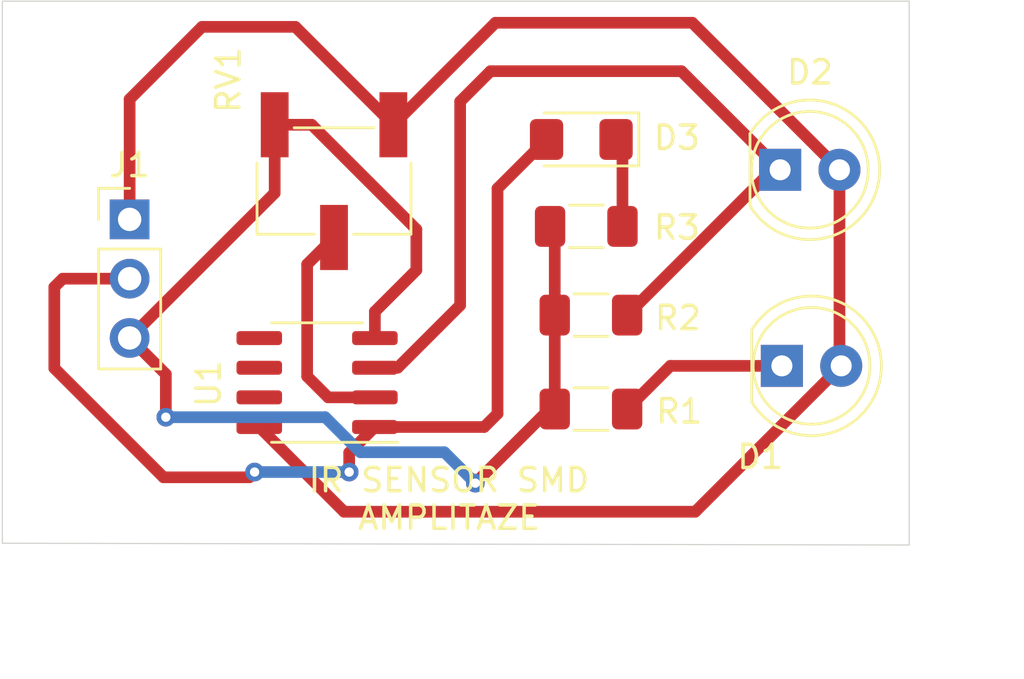
<source format=kicad_pcb>
(kicad_pcb (version 20171130) (host pcbnew "(5.1.10)-1")

  (general
    (thickness 1.6)
    (drawings 7)
    (tracks 63)
    (zones 0)
    (modules 9)
    (nets 8)
  )

  (page A4)
  (layers
    (0 F.Cu signal)
    (31 B.Cu signal)
    (32 B.Adhes user)
    (33 F.Adhes user)
    (34 B.Paste user)
    (35 F.Paste user)
    (36 B.SilkS user)
    (37 F.SilkS user)
    (38 B.Mask user)
    (39 F.Mask user)
    (40 Dwgs.User user)
    (41 Cmts.User user)
    (42 Eco1.User user)
    (43 Eco2.User user)
    (44 Edge.Cuts user)
    (45 Margin user hide)
    (46 B.CrtYd user hide)
    (47 F.CrtYd user)
    (48 B.Fab user hide)
    (49 F.Fab user)
  )

  (setup
    (last_trace_width 0.25)
    (user_trace_width 0.5)
    (trace_clearance 0.2)
    (zone_clearance 0.508)
    (zone_45_only no)
    (trace_min 0.2)
    (via_size 0.8)
    (via_drill 0.4)
    (via_min_size 0.4)
    (via_min_drill 0.3)
    (uvia_size 0.3)
    (uvia_drill 0.1)
    (uvias_allowed no)
    (uvia_min_size 0.2)
    (uvia_min_drill 0.1)
    (edge_width 0.05)
    (segment_width 0.2)
    (pcb_text_width 0.3)
    (pcb_text_size 1.5 1.5)
    (mod_edge_width 0.12)
    (mod_text_size 1 1)
    (mod_text_width 0.15)
    (pad_size 1.524 1.524)
    (pad_drill 0.762)
    (pad_to_mask_clearance 0)
    (aux_axis_origin 0 0)
    (visible_elements 7FFFFFFF)
    (pcbplotparams
      (layerselection 0x090fc_ffffffff)
      (usegerberextensions false)
      (usegerberattributes true)
      (usegerberadvancedattributes true)
      (creategerberjobfile true)
      (excludeedgelayer true)
      (linewidth 0.100000)
      (plotframeref false)
      (viasonmask false)
      (mode 1)
      (useauxorigin false)
      (hpglpennumber 1)
      (hpglpenspeed 20)
      (hpglpendiameter 15.000000)
      (psnegative false)
      (psa4output false)
      (plotreference true)
      (plotvalue true)
      (plotinvisibletext false)
      (padsonsilk false)
      (subtractmaskfromsilk false)
      (outputformat 1)
      (mirror false)
      (drillshape 0)
      (scaleselection 1)
      (outputdirectory ""))
  )

  (net 0 "")
  (net 1 "Net-(D1-Pad1)")
  (net 2 +5V)
  (net 3 VREF)
  (net 4 "Net-(D3-Pad1)")
  (net 5 "Net-(D3-Pad2)")
  (net 6 GND)
  (net 7 "Net-(RV1-Pad2)")

  (net_class Default "This is the default net class."
    (clearance 0.2)
    (trace_width 0.25)
    (via_dia 0.8)
    (via_drill 0.4)
    (uvia_dia 0.3)
    (uvia_drill 0.1)
    (add_net +5V)
    (add_net GND)
    (add_net "Net-(D1-Pad1)")
    (add_net "Net-(D3-Pad1)")
    (add_net "Net-(D3-Pad2)")
    (add_net "Net-(RV1-Pad2)")
    (add_net VREF)
  )

  (module LED_THT:LED_D5.0mm_IRGrey (layer F.Cu) (tedit 5A6C9BB8) (tstamp 60ABD7CE)
    (at 168.375 92.25)
    (descr "LED, diameter 5.0mm, 2 pins, http://cdn-reichelt.de/documents/datenblatt/A500/LL-504BC2E-009.pdf")
    (tags "LED diameter 5.0mm 2 pins")
    (path /60AA7C89)
    (fp_text reference D1 (at -0.925 3.9) (layer F.SilkS)
      (effects (font (size 1 1) (thickness 0.15)))
    )
    (fp_text value LED (at 1.8 3.95) (layer F.Fab)
      (effects (font (size 1 1) (thickness 0.15)))
    )
    (fp_line (start -1.23 -1.469694) (end -1.23 1.469694) (layer F.Fab) (width 0.1))
    (fp_line (start -1.29 -1.545) (end -1.29 1.545) (layer F.SilkS) (width 0.12))
    (fp_line (start -1.95 -3.25) (end -1.95 3.25) (layer F.CrtYd) (width 0.05))
    (fp_line (start -1.95 3.25) (end 4.5 3.25) (layer F.CrtYd) (width 0.05))
    (fp_line (start 4.5 3.25) (end 4.5 -3.25) (layer F.CrtYd) (width 0.05))
    (fp_line (start 4.5 -3.25) (end -1.95 -3.25) (layer F.CrtYd) (width 0.05))
    (fp_circle (center 1.27 0) (end 3.77 0) (layer F.Fab) (width 0.1))
    (fp_circle (center 1.27 0) (end 3.77 0) (layer F.SilkS) (width 0.12))
    (fp_text user %R (at 1.25 0) (layer F.Fab)
      (effects (font (size 0.8 0.8) (thickness 0.2)))
    )
    (fp_arc (start 1.27 0) (end -1.23 -1.469694) (angle 299.1) (layer F.Fab) (width 0.1))
    (fp_arc (start 1.27 0) (end -1.29 -1.54483) (angle 148.9) (layer F.SilkS) (width 0.12))
    (fp_arc (start 1.27 0) (end -1.29 1.54483) (angle -148.9) (layer F.SilkS) (width 0.12))
    (pad 1 thru_hole rect (at 0 0) (size 1.8 1.8) (drill 0.9) (layers *.Cu *.Mask)
      (net 1 "Net-(D1-Pad1)"))
    (pad 2 thru_hole circle (at 2.54 0) (size 1.8 1.8) (drill 0.9) (layers *.Cu *.Mask)
      (net 2 +5V))
    (model ${KISYS3DMOD}/LED_THT.3dshapes/LED_D5.0mm_IRGrey.wrl
      (at (xyz 0 0 0))
      (scale (xyz 1 1 1))
      (rotate (xyz 0 0 0))
    )
  )

  (module LED_THT:LED_D5.0mm_Clear (layer F.Cu) (tedit 5A6C9BC0) (tstamp 60ABD7E0)
    (at 168.3 83.85)
    (descr "LED, diameter 5.0mm, 2 pins, http://cdn-reichelt.de/documents/datenblatt/A500/LL-504BC2E-009.pdf")
    (tags "LED diameter 5.0mm 2 pins")
    (path /60AA9A7C)
    (fp_text reference D2 (at 1.275 -4.175) (layer F.SilkS)
      (effects (font (size 1 1) (thickness 0.15)))
    )
    (fp_text value D_Photo (at 1.55 3.925) (layer F.Fab)
      (effects (font (size 1 1) (thickness 0.15)))
    )
    (fp_line (start -1.23 -1.469694) (end -1.23 1.469694) (layer F.Fab) (width 0.1))
    (fp_line (start -1.29 -1.545) (end -1.29 1.545) (layer F.SilkS) (width 0.12))
    (fp_line (start -1.95 -3.25) (end -1.95 3.25) (layer F.CrtYd) (width 0.05))
    (fp_line (start -1.95 3.25) (end 4.5 3.25) (layer F.CrtYd) (width 0.05))
    (fp_line (start 4.5 3.25) (end 4.5 -3.25) (layer F.CrtYd) (width 0.05))
    (fp_line (start 4.5 -3.25) (end -1.95 -3.25) (layer F.CrtYd) (width 0.05))
    (fp_circle (center 1.27 0) (end 3.77 0) (layer F.Fab) (width 0.1))
    (fp_circle (center 1.27 0) (end 3.77 0) (layer F.SilkS) (width 0.12))
    (fp_text user %R (at 1.25 0) (layer F.Fab)
      (effects (font (size 0.8 0.8) (thickness 0.2)))
    )
    (fp_arc (start 1.27 0) (end -1.23 -1.469694) (angle 299.1) (layer F.Fab) (width 0.1))
    (fp_arc (start 1.27 0) (end -1.29 -1.54483) (angle 148.9) (layer F.SilkS) (width 0.12))
    (fp_arc (start 1.27 0) (end -1.29 1.54483) (angle -148.9) (layer F.SilkS) (width 0.12))
    (pad 1 thru_hole rect (at 0 0) (size 1.8 1.8) (drill 0.9) (layers *.Cu *.Mask)
      (net 3 VREF))
    (pad 2 thru_hole circle (at 2.54 0) (size 1.8 1.8) (drill 0.9) (layers *.Cu *.Mask)
      (net 2 +5V))
    (model ${KISYS3DMOD}/LED_THT.3dshapes/LED_D5.0mm_Clear.wrl
      (at (xyz 0 0 0))
      (scale (xyz 1 1 1))
      (rotate (xyz 0 0 0))
    )
  )

  (module LED_SMD:LED_1206_3216Metric_Pad1.42x1.75mm_HandSolder (layer F.Cu) (tedit 5F68FEF1) (tstamp 60ABD7F3)
    (at 159.7875 82.55 180)
    (descr "LED SMD 1206 (3216 Metric), square (rectangular) end terminal, IPC_7351 nominal, (Body size source: http://www.tortai-tech.com/upload/download/2011102023233369053.pdf), generated with kicad-footprint-generator")
    (tags "LED handsolder")
    (path /60AB38DE)
    (attr smd)
    (fp_text reference D3 (at -4.0875 0.075) (layer F.SilkS)
      (effects (font (size 1 1) (thickness 0.15)))
    )
    (fp_text value LED (at 4.3625 0.025) (layer F.Fab)
      (effects (font (size 1 1) (thickness 0.15)))
    )
    (fp_line (start 1.6 -0.8) (end -1.2 -0.8) (layer F.Fab) (width 0.1))
    (fp_line (start -1.2 -0.8) (end -1.6 -0.4) (layer F.Fab) (width 0.1))
    (fp_line (start -1.6 -0.4) (end -1.6 0.8) (layer F.Fab) (width 0.1))
    (fp_line (start -1.6 0.8) (end 1.6 0.8) (layer F.Fab) (width 0.1))
    (fp_line (start 1.6 0.8) (end 1.6 -0.8) (layer F.Fab) (width 0.1))
    (fp_line (start 1.6 -1.135) (end -2.46 -1.135) (layer F.SilkS) (width 0.12))
    (fp_line (start -2.46 -1.135) (end -2.46 1.135) (layer F.SilkS) (width 0.12))
    (fp_line (start -2.46 1.135) (end 1.6 1.135) (layer F.SilkS) (width 0.12))
    (fp_line (start -2.45 1.12) (end -2.45 -1.12) (layer F.CrtYd) (width 0.05))
    (fp_line (start -2.45 -1.12) (end 2.45 -1.12) (layer F.CrtYd) (width 0.05))
    (fp_line (start 2.45 -1.12) (end 2.45 1.12) (layer F.CrtYd) (width 0.05))
    (fp_line (start 2.45 1.12) (end -2.45 1.12) (layer F.CrtYd) (width 0.05))
    (fp_text user %R (at 0 0) (layer F.Fab)
      (effects (font (size 0.8 0.8) (thickness 0.12)))
    )
    (pad 1 smd roundrect (at -1.4875 0 180) (size 1.425 1.75) (layers F.Cu F.Paste F.Mask) (roundrect_rratio 0.1754385964912281)
      (net 4 "Net-(D3-Pad1)"))
    (pad 2 smd roundrect (at 1.4875 0 180) (size 1.425 1.75) (layers F.Cu F.Paste F.Mask) (roundrect_rratio 0.1754385964912281)
      (net 5 "Net-(D3-Pad2)"))
    (model ${KISYS3DMOD}/LED_SMD.3dshapes/LED_1206_3216Metric.wrl
      (at (xyz 0 0 0))
      (scale (xyz 1 1 1))
      (rotate (xyz 0 0 0))
    )
  )

  (module Connector_PinHeader_2.54mm:PinHeader_1x03_P2.54mm_Vertical (layer F.Cu) (tedit 59FED5CC) (tstamp 60ABD80A)
    (at 140.450001 85.975001)
    (descr "Through hole straight pin header, 1x03, 2.54mm pitch, single row")
    (tags "Through hole pin header THT 1x03 2.54mm single row")
    (path /60AB324E)
    (fp_text reference J1 (at 0 -2.33) (layer F.SilkS)
      (effects (font (size 1 1) (thickness 0.15)))
    )
    (fp_text value Conn_01x03 (at -2.625001 2.299999 90) (layer F.Fab)
      (effects (font (size 1 1) (thickness 0.15)))
    )
    (fp_line (start -0.635 -1.27) (end 1.27 -1.27) (layer F.Fab) (width 0.1))
    (fp_line (start 1.27 -1.27) (end 1.27 6.35) (layer F.Fab) (width 0.1))
    (fp_line (start 1.27 6.35) (end -1.27 6.35) (layer F.Fab) (width 0.1))
    (fp_line (start -1.27 6.35) (end -1.27 -0.635) (layer F.Fab) (width 0.1))
    (fp_line (start -1.27 -0.635) (end -0.635 -1.27) (layer F.Fab) (width 0.1))
    (fp_line (start -1.33 6.41) (end 1.33 6.41) (layer F.SilkS) (width 0.12))
    (fp_line (start -1.33 1.27) (end -1.33 6.41) (layer F.SilkS) (width 0.12))
    (fp_line (start 1.33 1.27) (end 1.33 6.41) (layer F.SilkS) (width 0.12))
    (fp_line (start -1.33 1.27) (end 1.33 1.27) (layer F.SilkS) (width 0.12))
    (fp_line (start -1.33 0) (end -1.33 -1.33) (layer F.SilkS) (width 0.12))
    (fp_line (start -1.33 -1.33) (end 0 -1.33) (layer F.SilkS) (width 0.12))
    (fp_line (start -1.8 -1.8) (end -1.8 6.85) (layer F.CrtYd) (width 0.05))
    (fp_line (start -1.8 6.85) (end 1.8 6.85) (layer F.CrtYd) (width 0.05))
    (fp_line (start 1.8 6.85) (end 1.8 -1.8) (layer F.CrtYd) (width 0.05))
    (fp_line (start 1.8 -1.8) (end -1.8 -1.8) (layer F.CrtYd) (width 0.05))
    (fp_text user %R (at 0 2.54 90) (layer F.Fab)
      (effects (font (size 1 1) (thickness 0.15)))
    )
    (pad 1 thru_hole rect (at 0 0) (size 1.7 1.7) (drill 1) (layers *.Cu *.Mask)
      (net 2 +5V))
    (pad 2 thru_hole oval (at 0 2.54) (size 1.7 1.7) (drill 1) (layers *.Cu *.Mask)
      (net 5 "Net-(D3-Pad2)"))
    (pad 3 thru_hole oval (at 0 5.08) (size 1.7 1.7) (drill 1) (layers *.Cu *.Mask)
      (net 6 GND))
    (model ${KISYS3DMOD}/Connector_PinHeader_2.54mm.3dshapes/PinHeader_1x03_P2.54mm_Vertical.wrl
      (at (xyz 0 0 0))
      (scale (xyz 1 1 1))
      (rotate (xyz 0 0 0))
    )
  )

  (module Resistor_SMD:R_1206_3216Metric_Pad1.30x1.75mm_HandSolder (layer F.Cu) (tedit 5F68FEEE) (tstamp 60ABD81B)
    (at 160.2 94.1 180)
    (descr "Resistor SMD 1206 (3216 Metric), square (rectangular) end terminal, IPC_7351 nominal with elongated pad for handsoldering. (Body size source: IPC-SM-782 page 72, https://www.pcb-3d.com/wordpress/wp-content/uploads/ipc-sm-782a_amendment_1_and_2.pdf), generated with kicad-footprint-generator")
    (tags "resistor handsolder")
    (path /60AA5A8E)
    (attr smd)
    (fp_text reference R1 (at -3.775 -0.1) (layer F.SilkS)
      (effects (font (size 1 1) (thickness 0.15)))
    )
    (fp_text value R (at 3.65 0.25) (layer F.Fab)
      (effects (font (size 1 1) (thickness 0.15)))
    )
    (fp_line (start -1.6 0.8) (end -1.6 -0.8) (layer F.Fab) (width 0.1))
    (fp_line (start -1.6 -0.8) (end 1.6 -0.8) (layer F.Fab) (width 0.1))
    (fp_line (start 1.6 -0.8) (end 1.6 0.8) (layer F.Fab) (width 0.1))
    (fp_line (start 1.6 0.8) (end -1.6 0.8) (layer F.Fab) (width 0.1))
    (fp_line (start -0.727064 -0.91) (end 0.727064 -0.91) (layer F.SilkS) (width 0.12))
    (fp_line (start -0.727064 0.91) (end 0.727064 0.91) (layer F.SilkS) (width 0.12))
    (fp_line (start -2.45 1.12) (end -2.45 -1.12) (layer F.CrtYd) (width 0.05))
    (fp_line (start -2.45 -1.12) (end 2.45 -1.12) (layer F.CrtYd) (width 0.05))
    (fp_line (start 2.45 -1.12) (end 2.45 1.12) (layer F.CrtYd) (width 0.05))
    (fp_line (start 2.45 1.12) (end -2.45 1.12) (layer F.CrtYd) (width 0.05))
    (fp_text user %R (at 0 0) (layer F.Fab)
      (effects (font (size 0.8 0.8) (thickness 0.12)))
    )
    (pad 1 smd roundrect (at -1.55 0 180) (size 1.3 1.75) (layers F.Cu F.Paste F.Mask) (roundrect_rratio 0.1923076923076923)
      (net 1 "Net-(D1-Pad1)"))
    (pad 2 smd roundrect (at 1.55 0 180) (size 1.3 1.75) (layers F.Cu F.Paste F.Mask) (roundrect_rratio 0.1923076923076923)
      (net 6 GND))
    (model ${KISYS3DMOD}/Resistor_SMD.3dshapes/R_1206_3216Metric.wrl
      (at (xyz 0 0 0))
      (scale (xyz 1 1 1))
      (rotate (xyz 0 0 0))
    )
  )

  (module Resistor_SMD:R_1206_3216Metric_Pad1.30x1.75mm_HandSolder (layer F.Cu) (tedit 5F68FEEE) (tstamp 60ABD82C)
    (at 160.2 90.075 180)
    (descr "Resistor SMD 1206 (3216 Metric), square (rectangular) end terminal, IPC_7351 nominal with elongated pad for handsoldering. (Body size source: IPC-SM-782 page 72, https://www.pcb-3d.com/wordpress/wp-content/uploads/ipc-sm-782a_amendment_1_and_2.pdf), generated with kicad-footprint-generator")
    (tags "resistor handsolder")
    (path /60AA666E)
    (attr smd)
    (fp_text reference R2 (at -3.725 -0.125) (layer F.SilkS)
      (effects (font (size 1 1) (thickness 0.15)))
    )
    (fp_text value R (at 3.85 0.075) (layer F.Fab)
      (effects (font (size 1 1) (thickness 0.15)))
    )
    (fp_line (start 2.45 1.12) (end -2.45 1.12) (layer F.CrtYd) (width 0.05))
    (fp_line (start 2.45 -1.12) (end 2.45 1.12) (layer F.CrtYd) (width 0.05))
    (fp_line (start -2.45 -1.12) (end 2.45 -1.12) (layer F.CrtYd) (width 0.05))
    (fp_line (start -2.45 1.12) (end -2.45 -1.12) (layer F.CrtYd) (width 0.05))
    (fp_line (start -0.727064 0.91) (end 0.727064 0.91) (layer F.SilkS) (width 0.12))
    (fp_line (start -0.727064 -0.91) (end 0.727064 -0.91) (layer F.SilkS) (width 0.12))
    (fp_line (start 1.6 0.8) (end -1.6 0.8) (layer F.Fab) (width 0.1))
    (fp_line (start 1.6 -0.8) (end 1.6 0.8) (layer F.Fab) (width 0.1))
    (fp_line (start -1.6 -0.8) (end 1.6 -0.8) (layer F.Fab) (width 0.1))
    (fp_line (start -1.6 0.8) (end -1.6 -0.8) (layer F.Fab) (width 0.1))
    (fp_text user %R (at 0 0) (layer F.Fab)
      (effects (font (size 0.8 0.8) (thickness 0.12)))
    )
    (pad 2 smd roundrect (at 1.55 0 180) (size 1.3 1.75) (layers F.Cu F.Paste F.Mask) (roundrect_rratio 0.1923076923076923)
      (net 6 GND))
    (pad 1 smd roundrect (at -1.55 0 180) (size 1.3 1.75) (layers F.Cu F.Paste F.Mask) (roundrect_rratio 0.1923076923076923)
      (net 3 VREF))
    (model ${KISYS3DMOD}/Resistor_SMD.3dshapes/R_1206_3216Metric.wrl
      (at (xyz 0 0 0))
      (scale (xyz 1 1 1))
      (rotate (xyz 0 0 0))
    )
  )

  (module Resistor_SMD:R_1206_3216Metric_Pad1.30x1.75mm_HandSolder (layer F.Cu) (tedit 5F68FEEE) (tstamp 60ABD83D)
    (at 160 86.275 180)
    (descr "Resistor SMD 1206 (3216 Metric), square (rectangular) end terminal, IPC_7351 nominal with elongated pad for handsoldering. (Body size source: IPC-SM-782 page 72, https://www.pcb-3d.com/wordpress/wp-content/uploads/ipc-sm-782a_amendment_1_and_2.pdf), generated with kicad-footprint-generator")
    (tags "resistor handsolder")
    (path /60AA6B66)
    (attr smd)
    (fp_text reference R3 (at -3.875 -0.05) (layer F.SilkS)
      (effects (font (size 1 1) (thickness 0.15)))
    )
    (fp_text value R (at 3.7 0) (layer F.Fab)
      (effects (font (size 1 1) (thickness 0.15)))
    )
    (fp_line (start -1.6 0.8) (end -1.6 -0.8) (layer F.Fab) (width 0.1))
    (fp_line (start -1.6 -0.8) (end 1.6 -0.8) (layer F.Fab) (width 0.1))
    (fp_line (start 1.6 -0.8) (end 1.6 0.8) (layer F.Fab) (width 0.1))
    (fp_line (start 1.6 0.8) (end -1.6 0.8) (layer F.Fab) (width 0.1))
    (fp_line (start -0.727064 -0.91) (end 0.727064 -0.91) (layer F.SilkS) (width 0.12))
    (fp_line (start -0.727064 0.91) (end 0.727064 0.91) (layer F.SilkS) (width 0.12))
    (fp_line (start -2.45 1.12) (end -2.45 -1.12) (layer F.CrtYd) (width 0.05))
    (fp_line (start -2.45 -1.12) (end 2.45 -1.12) (layer F.CrtYd) (width 0.05))
    (fp_line (start 2.45 -1.12) (end 2.45 1.12) (layer F.CrtYd) (width 0.05))
    (fp_line (start 2.45 1.12) (end -2.45 1.12) (layer F.CrtYd) (width 0.05))
    (fp_text user %R (at 0 0) (layer F.Fab)
      (effects (font (size 0.8 0.8) (thickness 0.12)))
    )
    (pad 1 smd roundrect (at -1.55 0 180) (size 1.3 1.75) (layers F.Cu F.Paste F.Mask) (roundrect_rratio 0.1923076923076923)
      (net 4 "Net-(D3-Pad1)"))
    (pad 2 smd roundrect (at 1.55 0 180) (size 1.3 1.75) (layers F.Cu F.Paste F.Mask) (roundrect_rratio 0.1923076923076923)
      (net 6 GND))
    (model ${KISYS3DMOD}/Resistor_SMD.3dshapes/R_1206_3216Metric.wrl
      (at (xyz 0 0 0))
      (scale (xyz 1 1 1))
      (rotate (xyz 0 0 0))
    )
  )

  (module Potentiometer_SMD:Potentiometer_Bourns_3269W_Vertical (layer F.Cu) (tedit 5A3D7171) (tstamp 60ABD855)
    (at 149.2 84.335)
    (descr "Potentiometer, vertical, Bourns 3269W, https://www.bourns.com/docs/Product-Datasheets/3269.pdf")
    (tags "Potentiometer vertical Bourns 3269W")
    (path /60AB274C)
    (attr smd)
    (fp_text reference RV1 (at -4.525 -4.335 90) (layer F.SilkS)
      (effects (font (size 1 1) (thickness 0.15)))
    )
    (fp_text value R_POT (at -4.6 -0.06 270) (layer F.Fab)
      (effects (font (size 1 1) (thickness 0.15)))
    )
    (fp_circle (center 2.173 0.635) (end 3.063 0.635) (layer F.Fab) (width 0.1))
    (fp_line (start -3.175 -2.165) (end -3.175 2.155) (layer F.Fab) (width 0.1))
    (fp_line (start -3.175 2.155) (end 3.175 2.155) (layer F.Fab) (width 0.1))
    (fp_line (start 3.175 2.155) (end 3.175 -2.165) (layer F.Fab) (width 0.1))
    (fp_line (start 3.175 -2.165) (end -3.175 -2.165) (layer F.Fab) (width 0.1))
    (fp_line (start 2.173 1.517) (end 2.174 -0.246) (layer F.Fab) (width 0.1))
    (fp_line (start 2.173 1.517) (end 2.174 -0.246) (layer F.Fab) (width 0.1))
    (fp_line (start -1.705 -2.285) (end 1.705 -2.285) (layer F.SilkS) (width 0.12))
    (fp_line (start -3.295 2.275) (end -0.835 2.275) (layer F.SilkS) (width 0.12))
    (fp_line (start 0.835 2.275) (end 3.295 2.275) (layer F.SilkS) (width 0.12))
    (fp_line (start -3.295 -0.779) (end -3.295 2.275) (layer F.SilkS) (width 0.12))
    (fp_line (start 3.295 -0.779) (end 3.295 2.275) (layer F.SilkS) (width 0.12))
    (fp_line (start -3.45 -4.1) (end -3.45 4.1) (layer F.CrtYd) (width 0.05))
    (fp_line (start -3.45 4.1) (end 3.45 4.1) (layer F.CrtYd) (width 0.05))
    (fp_line (start 3.45 4.1) (end 3.45 -4.1) (layer F.CrtYd) (width 0.05))
    (fp_line (start 3.45 -4.1) (end -3.45 -4.1) (layer F.CrtYd) (width 0.05))
    (fp_text user %R (at -0.501 -0.005) (layer F.Fab)
      (effects (font (size 0.89 0.89) (thickness 0.15)))
    )
    (pad 1 smd rect (at 2.54 -2.415) (size 1.19 2.79) (layers F.Cu F.Paste F.Mask)
      (net 2 +5V))
    (pad 2 smd rect (at 0 2.415) (size 1.19 2.79) (layers F.Cu F.Paste F.Mask)
      (net 7 "Net-(RV1-Pad2)"))
    (pad 3 smd rect (at -2.54 -2.415) (size 1.19 2.79) (layers F.Cu F.Paste F.Mask)
      (net 6 GND))
    (model ${KISYS3DMOD}/Potentiometer_SMD.3dshapes/Potentiometer_Bourns_3269W_Vertical.wrl
      (at (xyz 0 0 0))
      (scale (xyz 1 1 1))
      (rotate (xyz 0 0 0))
    )
  )

  (module Package_SO:SOIC-8_3.9x4.9mm_P1.27mm (layer F.Cu) (tedit 5D9F72B1) (tstamp 60ABD86F)
    (at 148.475 92.965 180)
    (descr "SOIC, 8 Pin (JEDEC MS-012AA, https://www.analog.com/media/en/package-pcb-resources/package/pkg_pdf/soic_narrow-r/r_8.pdf), generated with kicad-footprint-generator ipc_gullwing_generator.py")
    (tags "SOIC SO")
    (path /60AA456A)
    (attr smd)
    (fp_text reference U1 (at 4.65 -0.05 90) (layer F.SilkS)
      (effects (font (size 1 1) (thickness 0.15)))
    )
    (fp_text value LM358 (at -4.525 -0.05 90) (layer F.Fab)
      (effects (font (size 1 1) (thickness 0.15)))
    )
    (fp_line (start 0 2.56) (end 1.95 2.56) (layer F.SilkS) (width 0.12))
    (fp_line (start 0 2.56) (end -1.95 2.56) (layer F.SilkS) (width 0.12))
    (fp_line (start 0 -2.56) (end 1.95 -2.56) (layer F.SilkS) (width 0.12))
    (fp_line (start 0 -2.56) (end -3.45 -2.56) (layer F.SilkS) (width 0.12))
    (fp_line (start -0.975 -2.45) (end 1.95 -2.45) (layer F.Fab) (width 0.1))
    (fp_line (start 1.95 -2.45) (end 1.95 2.45) (layer F.Fab) (width 0.1))
    (fp_line (start 1.95 2.45) (end -1.95 2.45) (layer F.Fab) (width 0.1))
    (fp_line (start -1.95 2.45) (end -1.95 -1.475) (layer F.Fab) (width 0.1))
    (fp_line (start -1.95 -1.475) (end -0.975 -2.45) (layer F.Fab) (width 0.1))
    (fp_line (start -3.7 -2.7) (end -3.7 2.7) (layer F.CrtYd) (width 0.05))
    (fp_line (start -3.7 2.7) (end 3.7 2.7) (layer F.CrtYd) (width 0.05))
    (fp_line (start 3.7 2.7) (end 3.7 -2.7) (layer F.CrtYd) (width 0.05))
    (fp_line (start 3.7 -2.7) (end -3.7 -2.7) (layer F.CrtYd) (width 0.05))
    (fp_text user %R (at 0 0) (layer F.Fab)
      (effects (font (size 0.98 0.98) (thickness 0.15)))
    )
    (pad 1 smd roundrect (at -2.475 -1.905 180) (size 1.95 0.6) (layers F.Cu F.Paste F.Mask) (roundrect_rratio 0.25)
      (net 5 "Net-(D3-Pad2)"))
    (pad 2 smd roundrect (at -2.475 -0.635 180) (size 1.95 0.6) (layers F.Cu F.Paste F.Mask) (roundrect_rratio 0.25)
      (net 7 "Net-(RV1-Pad2)"))
    (pad 3 smd roundrect (at -2.475 0.635 180) (size 1.95 0.6) (layers F.Cu F.Paste F.Mask) (roundrect_rratio 0.25)
      (net 3 VREF))
    (pad 4 smd roundrect (at -2.475 1.905 180) (size 1.95 0.6) (layers F.Cu F.Paste F.Mask) (roundrect_rratio 0.25)
      (net 6 GND))
    (pad 5 smd roundrect (at 2.475 1.905 180) (size 1.95 0.6) (layers F.Cu F.Paste F.Mask) (roundrect_rratio 0.25))
    (pad 6 smd roundrect (at 2.475 0.635 180) (size 1.95 0.6) (layers F.Cu F.Paste F.Mask) (roundrect_rratio 0.25))
    (pad 7 smd roundrect (at 2.475 -0.635 180) (size 1.95 0.6) (layers F.Cu F.Paste F.Mask) (roundrect_rratio 0.25))
    (pad 8 smd roundrect (at 2.475 -1.905 180) (size 1.95 0.6) (layers F.Cu F.Paste F.Mask) (roundrect_rratio 0.25)
      (net 2 +5V))
    (model ${KISYS3DMOD}/Package_SO.3dshapes/SOIC-8_3.9x4.9mm_P1.27mm.wrl
      (at (xyz 0 0 0))
      (scale (xyz 1 1 1))
      (rotate (xyz 0 0 0))
    )
  )

  (gr_text "IR SENSOR SMD\nAMPLITAZE" (at 154.125 97.95) (layer F.SilkS)
    (effects (font (size 1 1) (thickness 0.15)))
  )
  (dimension 23.325054 (width 0.15) (layer Dwgs.User)
    (gr_text "23.325 mm" (at 177.375308 88.320111 89.87717965) (layer Dwgs.User)
      (effects (font (size 1 1) (thickness 0.15)))
    )
    (feature1 (pts (xy 173.85 76.65) (xy 176.68673 76.656081)))
    (feature2 (pts (xy 173.8 99.975) (xy 176.63673 99.981081)))
    (crossbar (pts (xy 176.050311 99.979824) (xy 176.100311 76.654824)))
    (arrow1a (pts (xy 176.100311 76.654824) (xy 176.684316 77.782582)))
    (arrow1b (pts (xy 176.100311 76.654824) (xy 175.511477 77.780068)))
    (arrow2a (pts (xy 176.050311 99.979824) (xy 176.639145 98.85458)))
    (arrow2b (pts (xy 176.050311 99.979824) (xy 175.466306 98.852066)))
  )
  (dimension 38.825 (width 0.15) (layer Dwgs.User)
    (gr_text "38.825 mm" (at 154.3875 106.3) (layer Dwgs.User)
      (effects (font (size 1 1) (thickness 0.15)))
    )
    (feature1 (pts (xy 173.8 99.825) (xy 173.8 105.586421)))
    (feature2 (pts (xy 134.975 99.825) (xy 134.975 105.586421)))
    (crossbar (pts (xy 134.975 105) (xy 173.8 105)))
    (arrow1a (pts (xy 173.8 105) (xy 172.673496 105.586421)))
    (arrow1b (pts (xy 173.8 105) (xy 172.673496 104.413579)))
    (arrow2a (pts (xy 134.975 105) (xy 136.101504 105.586421)))
    (arrow2b (pts (xy 134.975 105) (xy 136.101504 104.413579)))
  )
  (gr_line (start 135 99.85) (end 135 76.625) (layer Edge.Cuts) (width 0.05) (tstamp 60ABE853))
  (gr_line (start 173.825 99.925) (end 135 99.85) (layer Edge.Cuts) (width 0.05))
  (gr_line (start 173.825 76.625) (end 173.825 99.925) (layer Edge.Cuts) (width 0.05))
  (gr_line (start 135 76.625) (end 173.825 76.625) (layer Edge.Cuts) (width 0.05))

  (segment (start 163.6 92.25) (end 161.75 94.1) (width 0.5) (layer F.Cu) (net 1))
  (segment (start 168.375 92.25) (end 163.6 92.25) (width 0.5) (layer F.Cu) (net 1))
  (segment (start 170.84 83.85) (end 164.54 77.55) (width 0.5) (layer F.Cu) (net 2))
  (segment (start 156.11 77.55) (end 151.74 81.92) (width 0.5) (layer F.Cu) (net 2))
  (segment (start 164.54 77.55) (end 156.11 77.55) (width 0.5) (layer F.Cu) (net 2))
  (segment (start 170.84 92.175) (end 170.915 92.25) (width 0.5) (layer F.Cu) (net 2))
  (segment (start 170.84 83.85) (end 170.84 92.175) (width 0.5) (layer F.Cu) (net 2))
  (segment (start 170.915 92.25) (end 164.665 98.5) (width 0.5) (layer F.Cu) (net 2))
  (segment (start 149.63 98.5) (end 146 94.87) (width 0.5) (layer F.Cu) (net 2))
  (segment (start 164.665 98.5) (end 149.63 98.5) (width 0.5) (layer F.Cu) (net 2))
  (segment (start 140.450001 85.975001) (end 140.450001 80.824999) (width 0.5) (layer F.Cu) (net 2))
  (segment (start 140.450001 80.824999) (end 143.55 77.725) (width 0.5) (layer F.Cu) (net 2))
  (segment (start 147.545 77.725) (end 151.74 81.92) (width 0.5) (layer F.Cu) (net 2))
  (segment (start 143.55 77.725) (end 147.545 77.725) (width 0.5) (layer F.Cu) (net 2))
  (segment (start 167.975 83.85) (end 161.75 90.075) (width 0.5) (layer F.Cu) (net 3))
  (segment (start 168.3 83.85) (end 167.975 83.85) (width 0.5) (layer F.Cu) (net 3))
  (segment (start 168.3 83.85) (end 164.075 79.625) (width 0.5) (layer F.Cu) (net 3))
  (segment (start 164.075 79.625) (end 155.9 79.625) (width 0.5) (layer F.Cu) (net 3))
  (segment (start 155.9 79.625) (end 154.6 80.925) (width 0.5) (layer F.Cu) (net 3))
  (segment (start 151.925 92.33) (end 150.95 92.33) (width 0.5) (layer F.Cu) (net 3))
  (segment (start 154.6 89.655) (end 151.925 92.33) (width 0.5) (layer F.Cu) (net 3))
  (segment (start 154.6 80.925) (end 154.6 89.655) (width 0.5) (layer F.Cu) (net 3))
  (segment (start 161.55 82.825) (end 161.275 82.55) (width 0.5) (layer F.Cu) (net 4))
  (segment (start 161.55 86.275) (end 161.55 82.825) (width 0.5) (layer F.Cu) (net 4))
  (segment (start 140.450001 88.515001) (end 137.584999 88.515001) (width 0.5) (layer F.Cu) (net 5))
  (segment (start 137.584999 88.515001) (end 137.225 88.875) (width 0.5) (layer F.Cu) (net 5))
  (segment (start 137.225 88.875) (end 137.225 92.35) (width 0.5) (layer F.Cu) (net 5))
  (segment (start 137.225 92.35) (end 141.9 97.025) (width 0.5) (layer F.Cu) (net 5))
  (via (at 145.8 96.8) (size 0.8) (drill 0.4) (layers F.Cu B.Cu) (net 5))
  (segment (start 145.575 97.025) (end 145.8 96.8) (width 0.5) (layer F.Cu) (net 5))
  (segment (start 141.9 97.025) (end 145.575 97.025) (width 0.5) (layer F.Cu) (net 5))
  (segment (start 145.8 96.8) (end 149.85 96.8) (width 0.5) (layer B.Cu) (net 5))
  (via (at 149.85 96.8) (size 0.8) (drill 0.4) (layers F.Cu B.Cu) (net 5))
  (segment (start 149.85 95.97) (end 150.95 94.87) (width 0.5) (layer F.Cu) (net 5))
  (segment (start 149.85 96.8) (end 149.85 95.97) (width 0.5) (layer F.Cu) (net 5))
  (segment (start 158.3 82.55) (end 156.2 84.65) (width 0.5) (layer F.Cu) (net 5))
  (segment (start 156.2 84.65) (end 156.2 94.3) (width 0.5) (layer F.Cu) (net 5))
  (segment (start 155.63 94.87) (end 150.95 94.87) (width 0.5) (layer F.Cu) (net 5))
  (segment (start 156.2 94.3) (end 155.63 94.87) (width 0.5) (layer F.Cu) (net 5))
  (segment (start 158.65 94.1) (end 158.65 90.075) (width 0.5) (layer F.Cu) (net 6))
  (segment (start 158.65 86.475) (end 158.45 86.275) (width 0.5) (layer F.Cu) (net 6))
  (segment (start 158.65 90.075) (end 158.65 86.475) (width 0.5) (layer F.Cu) (net 6))
  (segment (start 146.66 81.92) (end 148.245 81.92) (width 0.5) (layer F.Cu) (net 6))
  (segment (start 152.725 86.4) (end 152.725 88.15) (width 0.5) (layer F.Cu) (net 6))
  (segment (start 148.245 81.92) (end 152.725 86.4) (width 0.5) (layer F.Cu) (net 6))
  (segment (start 150.95 89.925) (end 150.95 91.06) (width 0.5) (layer F.Cu) (net 6))
  (segment (start 152.725 88.15) (end 150.95 89.925) (width 0.5) (layer F.Cu) (net 6))
  (segment (start 146.66 84.845002) (end 146.66 81.92) (width 0.5) (layer F.Cu) (net 6))
  (segment (start 140.450001 91.055001) (end 146.66 84.845002) (width 0.5) (layer F.Cu) (net 6))
  (segment (start 158.65 94.1) (end 158.425 94.1) (width 0.5) (layer F.Cu) (net 6))
  (segment (start 158.425 94.1) (end 155.25 97.275) (width 0.5) (layer F.Cu) (net 6))
  (via (at 155.25 97.275) (size 0.8) (drill 0.4) (layers F.Cu B.Cu) (net 6))
  (segment (start 153.924999 95.949999) (end 150.324999 95.949999) (width 0.5) (layer B.Cu) (net 6))
  (segment (start 155.25 97.275) (end 153.924999 95.949999) (width 0.5) (layer B.Cu) (net 6))
  (segment (start 150.324999 95.949999) (end 148.825 94.45) (width 0.5) (layer B.Cu) (net 6))
  (segment (start 148.825 94.45) (end 142 94.45) (width 0.5) (layer B.Cu) (net 6))
  (via (at 142 94.45) (size 0.8) (drill 0.4) (layers F.Cu B.Cu) (net 6))
  (segment (start 142 92.605) (end 140.450001 91.055001) (width 0.5) (layer F.Cu) (net 6))
  (segment (start 142 94.45) (end 142 92.605) (width 0.5) (layer F.Cu) (net 6))
  (segment (start 150.95 93.6) (end 148.95 93.6) (width 0.5) (layer F.Cu) (net 7))
  (segment (start 148.95 93.6) (end 148.05 92.7) (width 0.5) (layer F.Cu) (net 7))
  (segment (start 148.05 87.9) (end 149.2 86.75) (width 0.5) (layer F.Cu) (net 7))
  (segment (start 148.05 92.7) (end 148.05 87.9) (width 0.5) (layer F.Cu) (net 7))

)

</source>
